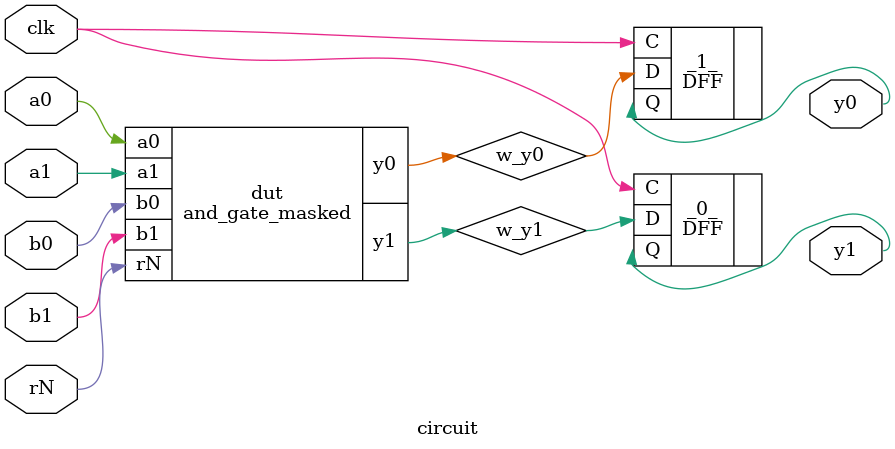
<source format=v>
/* Generated by Yosys 0.9 (git sha1 1979e0b) */

module and_gate_masked(a0, a1, b0, b1, rN, y0, y1);
  wire _0_;
  wire _1_;
  input a0;
  input a1;
  input b0;
  input b1;
  wire p00;
  wire p01;
  wire p10;
  wire p11;
  input rN;
  output y0;
  output y1;
  assign p00 = a0 & b0;
  assign p01 = a0 & b1;
  assign p10 = a1 & b0;
  assign p11 = a1 & b1;
  assign _0_ = p00 ^ p01;
  assign y0 = _0_ ^ rN;
  assign _1_ = p11 ^ p10;
  assign y1 = _1_ ^ rN;
endmodule

module circuit(clk, a0, a1, b0, b1, rN, y0, y1);
  input a0;
  input a1;
  input b0;
  input b1;
  input clk;
  input rN;
  wire w_y0;
  wire w_y1;
  output y0;
  output y1;
  DFF _0_ (
    .C(clk),
    .D(w_y1),
    .Q(y1)
  );
  DFF _1_ (
    .C(clk),
    .D(w_y0),
    .Q(y0)
  );
  and_gate_masked dut (
    .a0(a0),
    .a1(a1),
    .b0(b0),
    .b1(b1),
    .rN(rN),
    .y0(w_y0),
    .y1(w_y1)
  );
endmodule

</source>
